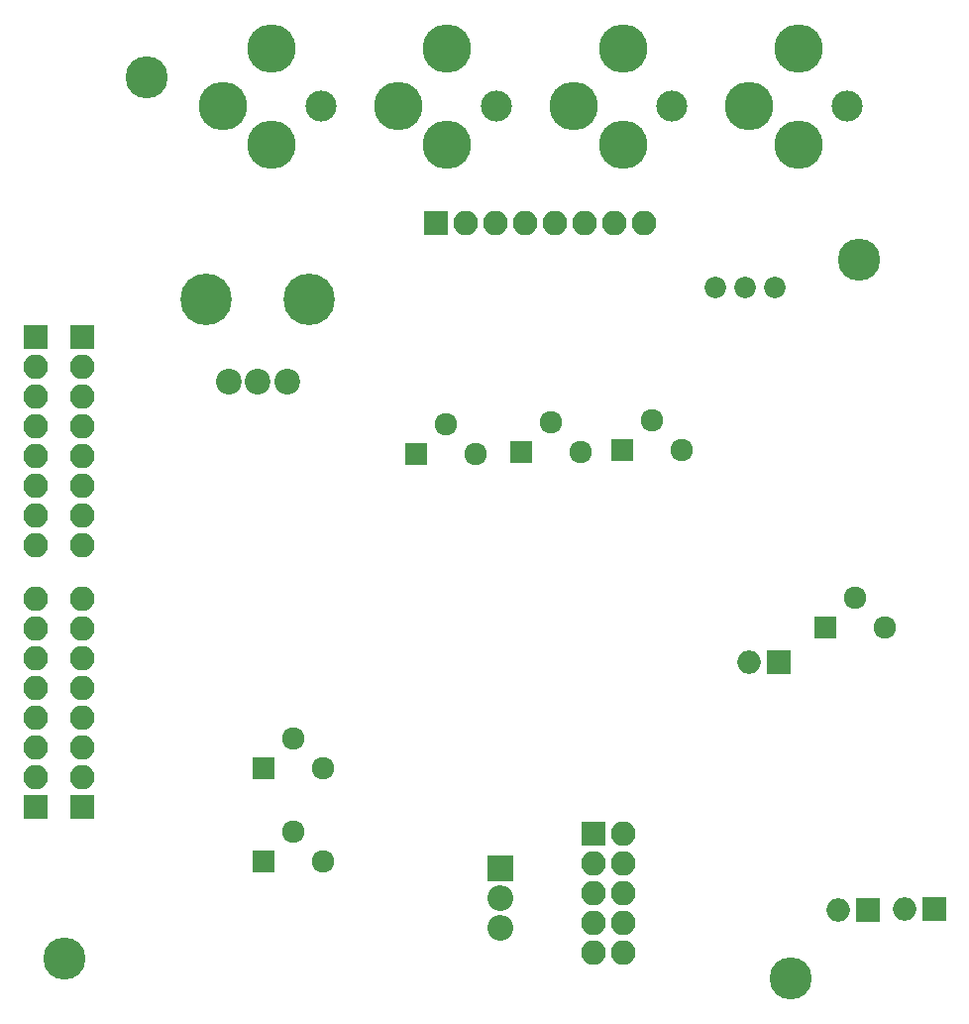
<source format=gbr>
%TF.GenerationSoftware,KiCad,Pcbnew,(2017-07-14 revision 22e95aa)-master*%
%TF.CreationDate,2017-07-26T18:39:18+02:00*%
%TF.ProjectId,allcolours,616C6C636F6C6F7572732E6B69636164,rev?*%
%TF.SameCoordinates,Original%
%TF.FileFunction,Soldermask,Bot*%
%TF.FilePolarity,Negative*%
%FSLAX46Y46*%
G04 Gerber Fmt 4.6, Leading zero omitted, Abs format (unit mm)*
G04 Created by KiCad (PCBNEW (2017-07-14 revision 22e95aa)-master) date Wed Jul 26 18:39:18 2017*
%MOMM*%
%LPD*%
G01*
G04 APERTURE LIST*
%ADD10C,3.600000*%
%ADD11R,2.000000X2.000000*%
%ADD12O,2.000000X2.000000*%
%ADD13O,2.647900X2.647900*%
%ADD14O,4.149040X4.149040*%
%ADD15O,2.100000X2.100000*%
%ADD16R,2.100000X2.100000*%
%ADD17C,1.920000*%
%ADD18R,1.920000X1.920000*%
%ADD19C,1.840000*%
%ADD20C,2.200000*%
%ADD21C,4.400000*%
%ADD22R,2.200000X2.200000*%
%ADD23O,2.200000X2.200000*%
G04 APERTURE END LIST*
D10*
%TO.C,REF\002A\002A*%
X132000000Y-112300000D03*
%TD*%
%TO.C,REF\002A\002A*%
X194000000Y-114000000D03*
%TD*%
%TO.C,REF\002A\002A*%
X199900000Y-52600000D03*
%TD*%
D11*
%TO.C,D1*%
X206310000Y-108040000D03*
D12*
X203770000Y-108040000D03*
%TD*%
%TO.C,D2*%
X198070000Y-108170000D03*
D11*
X200610000Y-108170000D03*
%TD*%
D12*
%TO.C,D3*%
X190460000Y-87000000D03*
D11*
X193000000Y-87000000D03*
%TD*%
D13*
%TO.C,M1*%
X183898620Y-39500000D03*
D14*
X179700000Y-42799460D03*
X179700000Y-34600340D03*
X175501380Y-39500000D03*
%TD*%
%TO.C,M2*%
X190501380Y-39500000D03*
X194700000Y-34600340D03*
X194700000Y-42799460D03*
D13*
X198898620Y-39500000D03*
%TD*%
%TO.C,M3*%
X153898620Y-39500000D03*
D14*
X149700000Y-42799460D03*
X149700000Y-34600340D03*
X145501380Y-39500000D03*
%TD*%
%TO.C,M4*%
X160501380Y-39500000D03*
X164700000Y-34600340D03*
X164700000Y-42799460D03*
D13*
X168898620Y-39500000D03*
%TD*%
D15*
%TO.C,P1*%
X181480000Y-49500000D03*
X178940000Y-49500000D03*
X176400000Y-49500000D03*
X173860000Y-49500000D03*
X171320000Y-49500000D03*
X168780000Y-49500000D03*
X166240000Y-49500000D03*
D16*
X163700000Y-49500000D03*
%TD*%
%TO.C,P2*%
X129500000Y-99300000D03*
D15*
X129500000Y-96760000D03*
X129500000Y-94220000D03*
X129500000Y-91680000D03*
X129500000Y-89140000D03*
X129500000Y-86600000D03*
X129500000Y-84060000D03*
X129500000Y-81520000D03*
%TD*%
D16*
%TO.C,P3*%
X133500000Y-59200000D03*
D15*
X133500000Y-61740000D03*
X133500000Y-64280000D03*
X133500000Y-66820000D03*
X133500000Y-69360000D03*
X133500000Y-71900000D03*
X133500000Y-74440000D03*
X133500000Y-76980000D03*
%TD*%
D16*
%TO.C,P4*%
X177200000Y-101600000D03*
D15*
X179740000Y-101600000D03*
X177200000Y-104140000D03*
X179740000Y-104140000D03*
X177200000Y-106680000D03*
X179740000Y-106680000D03*
X177200000Y-109220000D03*
X179740000Y-109220000D03*
X177200000Y-111760000D03*
X179740000Y-111760000D03*
%TD*%
D16*
%TO.C,P5*%
X133500000Y-99300000D03*
D15*
X133500000Y-96760000D03*
X133500000Y-94220000D03*
X133500000Y-91680000D03*
X133500000Y-89140000D03*
X133500000Y-86600000D03*
X133500000Y-84060000D03*
X133500000Y-81520000D03*
%TD*%
%TO.C,P6*%
X129500000Y-76980000D03*
X129500000Y-74440000D03*
X129500000Y-71900000D03*
X129500000Y-69360000D03*
X129500000Y-66820000D03*
X129500000Y-64280000D03*
X129500000Y-61740000D03*
D16*
X129500000Y-59200000D03*
%TD*%
D17*
%TO.C,Q1*%
X151540000Y-101460000D03*
X154080000Y-104000000D03*
D18*
X149000000Y-104000000D03*
%TD*%
D17*
%TO.C,Q2*%
X164570000Y-66700000D03*
X167110000Y-69240000D03*
D18*
X162030000Y-69240000D03*
%TD*%
%TO.C,Q3*%
X149000000Y-96000000D03*
D17*
X154080000Y-96000000D03*
X151540000Y-93460000D03*
%TD*%
D18*
%TO.C,Q4*%
X171000000Y-69000000D03*
D17*
X176080000Y-69000000D03*
X173540000Y-66460000D03*
%TD*%
%TO.C,Q5*%
X182170000Y-66340000D03*
X184710000Y-68880000D03*
D18*
X179630000Y-68880000D03*
%TD*%
%TO.C,Q6*%
X197000000Y-84000000D03*
D17*
X202080000Y-84000000D03*
X199540000Y-81460000D03*
%TD*%
D19*
%TO.C,RV1*%
X187630000Y-55010000D03*
X190170000Y-55010000D03*
X192710000Y-55010000D03*
%TD*%
D20*
%TO.C,RV2*%
X146000000Y-63000000D03*
X148500000Y-63000000D03*
X151000000Y-63000000D03*
D21*
X144100000Y-56000000D03*
X152900000Y-56000000D03*
%TD*%
D22*
%TO.C,U9*%
X169200000Y-104600000D03*
D23*
X169200000Y-107140000D03*
X169200000Y-109680000D03*
%TD*%
D10*
%TO.C,REF\002A\002A*%
X139000000Y-37000000D03*
%TD*%
M02*

</source>
